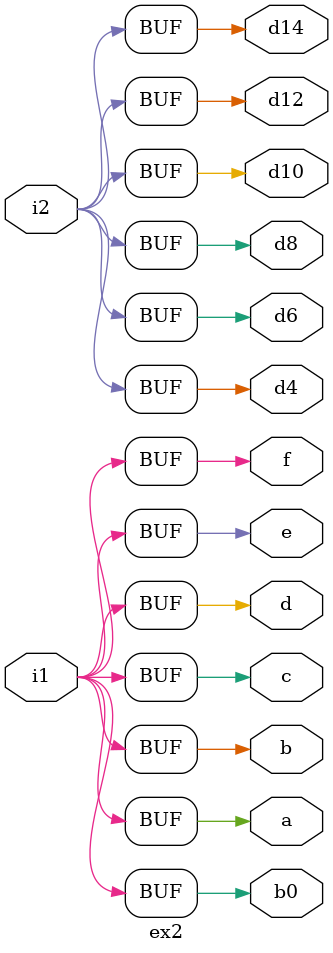
<source format=v>
module ex2(i1,i2,b0,a,b,c,d,e,f,d4,d6,d8,d10,d12,d14);
	input i1,i2;
	output b0,a,b,c,d,e,f,d4,d6,d8,d10,d12,d14;
	
	assign b0 = i1;
	assign a = i1;
	assign b = i1;
	assign c = i1;
	assign d = i1;
	assign e = i1;
	assign f = i1;
	
	assign d4 = i2;
	assign d6 = i2;
	assign d8 = i2;
	assign d10 = i2;
	assign d12 = i2;
	assign d14 = i2;
	
endmodule
	
	
</source>
